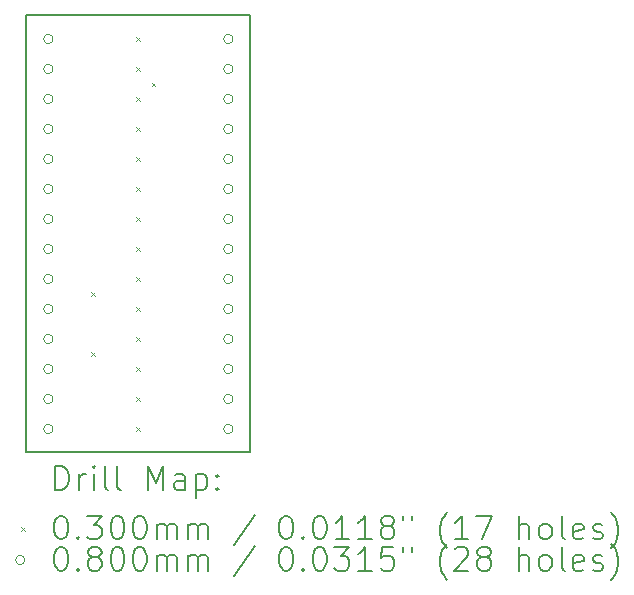
<source format=gbr>
%FSLAX45Y45*%
G04 Gerber Fmt 4.5, Leading zero omitted, Abs format (unit mm)*
G04 Created by KiCad (PCBNEW (6.0.1)) date 2022-01-21 00:47:44*
%MOMM*%
%LPD*%
G01*
G04 APERTURE LIST*
%TA.AperFunction,Profile*%
%ADD10C,0.150000*%
%TD*%
%ADD11C,0.200000*%
%ADD12C,0.030000*%
%ADD13C,0.080000*%
G04 APERTURE END LIST*
D10*
X13523000Y-10103000D02*
X13523000Y-6403000D01*
X11623000Y-10103000D02*
X13523000Y-10103000D01*
X11623000Y-6403000D02*
X11623000Y-10103000D01*
X13523000Y-6403000D02*
X11623000Y-6403000D01*
D11*
D12*
X12177000Y-8748000D02*
X12207000Y-8778000D01*
X12207000Y-8748000D02*
X12177000Y-8778000D01*
X12177000Y-9256000D02*
X12207000Y-9286000D01*
X12207000Y-9256000D02*
X12177000Y-9286000D01*
X12558000Y-6589000D02*
X12588000Y-6619000D01*
X12588000Y-6589000D02*
X12558000Y-6619000D01*
X12558000Y-6843000D02*
X12588000Y-6873000D01*
X12588000Y-6843000D02*
X12558000Y-6873000D01*
X12558000Y-7097000D02*
X12588000Y-7127000D01*
X12588000Y-7097000D02*
X12558000Y-7127000D01*
X12558000Y-7351000D02*
X12588000Y-7381000D01*
X12588000Y-7351000D02*
X12558000Y-7381000D01*
X12558000Y-7605000D02*
X12588000Y-7635000D01*
X12588000Y-7605000D02*
X12558000Y-7635000D01*
X12558000Y-7859000D02*
X12588000Y-7889000D01*
X12588000Y-7859000D02*
X12558000Y-7889000D01*
X12558000Y-8113000D02*
X12588000Y-8143000D01*
X12588000Y-8113000D02*
X12558000Y-8143000D01*
X12558000Y-8367000D02*
X12588000Y-8397000D01*
X12588000Y-8367000D02*
X12558000Y-8397000D01*
X12558000Y-8621000D02*
X12588000Y-8651000D01*
X12588000Y-8621000D02*
X12558000Y-8651000D01*
X12558000Y-8875000D02*
X12588000Y-8905000D01*
X12588000Y-8875000D02*
X12558000Y-8905000D01*
X12558000Y-9129000D02*
X12588000Y-9159000D01*
X12588000Y-9129000D02*
X12558000Y-9159000D01*
X12558000Y-9383000D02*
X12588000Y-9413000D01*
X12588000Y-9383000D02*
X12558000Y-9413000D01*
X12558000Y-9637000D02*
X12588000Y-9667000D01*
X12588000Y-9637000D02*
X12558000Y-9667000D01*
X12558000Y-9891000D02*
X12588000Y-9921000D01*
X12588000Y-9891000D02*
X12558000Y-9921000D01*
X12688000Y-6973000D02*
X12718000Y-7003000D01*
X12718000Y-6973000D02*
X12688000Y-7003000D01*
D13*
X11853000Y-6604000D02*
G75*
G03*
X11853000Y-6604000I-40000J0D01*
G01*
X11853000Y-6858000D02*
G75*
G03*
X11853000Y-6858000I-40000J0D01*
G01*
X11853000Y-7112000D02*
G75*
G03*
X11853000Y-7112000I-40000J0D01*
G01*
X11853000Y-7366000D02*
G75*
G03*
X11853000Y-7366000I-40000J0D01*
G01*
X11853000Y-7620000D02*
G75*
G03*
X11853000Y-7620000I-40000J0D01*
G01*
X11853000Y-7874000D02*
G75*
G03*
X11853000Y-7874000I-40000J0D01*
G01*
X11853000Y-8128000D02*
G75*
G03*
X11853000Y-8128000I-40000J0D01*
G01*
X11853000Y-8382000D02*
G75*
G03*
X11853000Y-8382000I-40000J0D01*
G01*
X11853000Y-8636000D02*
G75*
G03*
X11853000Y-8636000I-40000J0D01*
G01*
X11853000Y-8890000D02*
G75*
G03*
X11853000Y-8890000I-40000J0D01*
G01*
X11853000Y-9144000D02*
G75*
G03*
X11853000Y-9144000I-40000J0D01*
G01*
X11853000Y-9398000D02*
G75*
G03*
X11853000Y-9398000I-40000J0D01*
G01*
X11853000Y-9652000D02*
G75*
G03*
X11853000Y-9652000I-40000J0D01*
G01*
X11853000Y-9906000D02*
G75*
G03*
X11853000Y-9906000I-40000J0D01*
G01*
X13377000Y-6604000D02*
G75*
G03*
X13377000Y-6604000I-40000J0D01*
G01*
X13377000Y-6858000D02*
G75*
G03*
X13377000Y-6858000I-40000J0D01*
G01*
X13377000Y-7112000D02*
G75*
G03*
X13377000Y-7112000I-40000J0D01*
G01*
X13377000Y-7366000D02*
G75*
G03*
X13377000Y-7366000I-40000J0D01*
G01*
X13377000Y-7620000D02*
G75*
G03*
X13377000Y-7620000I-40000J0D01*
G01*
X13377000Y-7874000D02*
G75*
G03*
X13377000Y-7874000I-40000J0D01*
G01*
X13377000Y-8128000D02*
G75*
G03*
X13377000Y-8128000I-40000J0D01*
G01*
X13377000Y-8382000D02*
G75*
G03*
X13377000Y-8382000I-40000J0D01*
G01*
X13377000Y-8636000D02*
G75*
G03*
X13377000Y-8636000I-40000J0D01*
G01*
X13377000Y-8890000D02*
G75*
G03*
X13377000Y-8890000I-40000J0D01*
G01*
X13377000Y-9144000D02*
G75*
G03*
X13377000Y-9144000I-40000J0D01*
G01*
X13377000Y-9398000D02*
G75*
G03*
X13377000Y-9398000I-40000J0D01*
G01*
X13377000Y-9652000D02*
G75*
G03*
X13377000Y-9652000I-40000J0D01*
G01*
X13377000Y-9906000D02*
G75*
G03*
X13377000Y-9906000I-40000J0D01*
G01*
D11*
X11873119Y-10420976D02*
X11873119Y-10220976D01*
X11920738Y-10220976D01*
X11949309Y-10230500D01*
X11968357Y-10249548D01*
X11977881Y-10268595D01*
X11987405Y-10306690D01*
X11987405Y-10335262D01*
X11977881Y-10373357D01*
X11968357Y-10392405D01*
X11949309Y-10411452D01*
X11920738Y-10420976D01*
X11873119Y-10420976D01*
X12073119Y-10420976D02*
X12073119Y-10287643D01*
X12073119Y-10325738D02*
X12082643Y-10306690D01*
X12092167Y-10297167D01*
X12111214Y-10287643D01*
X12130262Y-10287643D01*
X12196928Y-10420976D02*
X12196928Y-10287643D01*
X12196928Y-10220976D02*
X12187405Y-10230500D01*
X12196928Y-10240024D01*
X12206452Y-10230500D01*
X12196928Y-10220976D01*
X12196928Y-10240024D01*
X12320738Y-10420976D02*
X12301690Y-10411452D01*
X12292167Y-10392405D01*
X12292167Y-10220976D01*
X12425500Y-10420976D02*
X12406452Y-10411452D01*
X12396928Y-10392405D01*
X12396928Y-10220976D01*
X12654071Y-10420976D02*
X12654071Y-10220976D01*
X12720738Y-10363833D01*
X12787405Y-10220976D01*
X12787405Y-10420976D01*
X12968357Y-10420976D02*
X12968357Y-10316214D01*
X12958833Y-10297167D01*
X12939786Y-10287643D01*
X12901690Y-10287643D01*
X12882643Y-10297167D01*
X12968357Y-10411452D02*
X12949309Y-10420976D01*
X12901690Y-10420976D01*
X12882643Y-10411452D01*
X12873119Y-10392405D01*
X12873119Y-10373357D01*
X12882643Y-10354310D01*
X12901690Y-10344786D01*
X12949309Y-10344786D01*
X12968357Y-10335262D01*
X13063595Y-10287643D02*
X13063595Y-10487643D01*
X13063595Y-10297167D02*
X13082643Y-10287643D01*
X13120738Y-10287643D01*
X13139786Y-10297167D01*
X13149309Y-10306690D01*
X13158833Y-10325738D01*
X13158833Y-10382881D01*
X13149309Y-10401929D01*
X13139786Y-10411452D01*
X13120738Y-10420976D01*
X13082643Y-10420976D01*
X13063595Y-10411452D01*
X13244548Y-10401929D02*
X13254071Y-10411452D01*
X13244548Y-10420976D01*
X13235024Y-10411452D01*
X13244548Y-10401929D01*
X13244548Y-10420976D01*
X13244548Y-10297167D02*
X13254071Y-10306690D01*
X13244548Y-10316214D01*
X13235024Y-10306690D01*
X13244548Y-10297167D01*
X13244548Y-10316214D01*
D12*
X11585500Y-10735500D02*
X11615500Y-10765500D01*
X11615500Y-10735500D02*
X11585500Y-10765500D01*
D11*
X11911214Y-10640976D02*
X11930262Y-10640976D01*
X11949309Y-10650500D01*
X11958833Y-10660024D01*
X11968357Y-10679071D01*
X11977881Y-10717167D01*
X11977881Y-10764786D01*
X11968357Y-10802881D01*
X11958833Y-10821929D01*
X11949309Y-10831452D01*
X11930262Y-10840976D01*
X11911214Y-10840976D01*
X11892167Y-10831452D01*
X11882643Y-10821929D01*
X11873119Y-10802881D01*
X11863595Y-10764786D01*
X11863595Y-10717167D01*
X11873119Y-10679071D01*
X11882643Y-10660024D01*
X11892167Y-10650500D01*
X11911214Y-10640976D01*
X12063595Y-10821929D02*
X12073119Y-10831452D01*
X12063595Y-10840976D01*
X12054071Y-10831452D01*
X12063595Y-10821929D01*
X12063595Y-10840976D01*
X12139786Y-10640976D02*
X12263595Y-10640976D01*
X12196928Y-10717167D01*
X12225500Y-10717167D01*
X12244548Y-10726690D01*
X12254071Y-10736214D01*
X12263595Y-10755262D01*
X12263595Y-10802881D01*
X12254071Y-10821929D01*
X12244548Y-10831452D01*
X12225500Y-10840976D01*
X12168357Y-10840976D01*
X12149309Y-10831452D01*
X12139786Y-10821929D01*
X12387405Y-10640976D02*
X12406452Y-10640976D01*
X12425500Y-10650500D01*
X12435024Y-10660024D01*
X12444548Y-10679071D01*
X12454071Y-10717167D01*
X12454071Y-10764786D01*
X12444548Y-10802881D01*
X12435024Y-10821929D01*
X12425500Y-10831452D01*
X12406452Y-10840976D01*
X12387405Y-10840976D01*
X12368357Y-10831452D01*
X12358833Y-10821929D01*
X12349309Y-10802881D01*
X12339786Y-10764786D01*
X12339786Y-10717167D01*
X12349309Y-10679071D01*
X12358833Y-10660024D01*
X12368357Y-10650500D01*
X12387405Y-10640976D01*
X12577881Y-10640976D02*
X12596928Y-10640976D01*
X12615976Y-10650500D01*
X12625500Y-10660024D01*
X12635024Y-10679071D01*
X12644548Y-10717167D01*
X12644548Y-10764786D01*
X12635024Y-10802881D01*
X12625500Y-10821929D01*
X12615976Y-10831452D01*
X12596928Y-10840976D01*
X12577881Y-10840976D01*
X12558833Y-10831452D01*
X12549309Y-10821929D01*
X12539786Y-10802881D01*
X12530262Y-10764786D01*
X12530262Y-10717167D01*
X12539786Y-10679071D01*
X12549309Y-10660024D01*
X12558833Y-10650500D01*
X12577881Y-10640976D01*
X12730262Y-10840976D02*
X12730262Y-10707643D01*
X12730262Y-10726690D02*
X12739786Y-10717167D01*
X12758833Y-10707643D01*
X12787405Y-10707643D01*
X12806452Y-10717167D01*
X12815976Y-10736214D01*
X12815976Y-10840976D01*
X12815976Y-10736214D02*
X12825500Y-10717167D01*
X12844548Y-10707643D01*
X12873119Y-10707643D01*
X12892167Y-10717167D01*
X12901690Y-10736214D01*
X12901690Y-10840976D01*
X12996928Y-10840976D02*
X12996928Y-10707643D01*
X12996928Y-10726690D02*
X13006452Y-10717167D01*
X13025500Y-10707643D01*
X13054071Y-10707643D01*
X13073119Y-10717167D01*
X13082643Y-10736214D01*
X13082643Y-10840976D01*
X13082643Y-10736214D02*
X13092167Y-10717167D01*
X13111214Y-10707643D01*
X13139786Y-10707643D01*
X13158833Y-10717167D01*
X13168357Y-10736214D01*
X13168357Y-10840976D01*
X13558833Y-10631452D02*
X13387405Y-10888595D01*
X13815976Y-10640976D02*
X13835024Y-10640976D01*
X13854071Y-10650500D01*
X13863595Y-10660024D01*
X13873119Y-10679071D01*
X13882643Y-10717167D01*
X13882643Y-10764786D01*
X13873119Y-10802881D01*
X13863595Y-10821929D01*
X13854071Y-10831452D01*
X13835024Y-10840976D01*
X13815976Y-10840976D01*
X13796928Y-10831452D01*
X13787405Y-10821929D01*
X13777881Y-10802881D01*
X13768357Y-10764786D01*
X13768357Y-10717167D01*
X13777881Y-10679071D01*
X13787405Y-10660024D01*
X13796928Y-10650500D01*
X13815976Y-10640976D01*
X13968357Y-10821929D02*
X13977881Y-10831452D01*
X13968357Y-10840976D01*
X13958833Y-10831452D01*
X13968357Y-10821929D01*
X13968357Y-10840976D01*
X14101690Y-10640976D02*
X14120738Y-10640976D01*
X14139786Y-10650500D01*
X14149309Y-10660024D01*
X14158833Y-10679071D01*
X14168357Y-10717167D01*
X14168357Y-10764786D01*
X14158833Y-10802881D01*
X14149309Y-10821929D01*
X14139786Y-10831452D01*
X14120738Y-10840976D01*
X14101690Y-10840976D01*
X14082643Y-10831452D01*
X14073119Y-10821929D01*
X14063595Y-10802881D01*
X14054071Y-10764786D01*
X14054071Y-10717167D01*
X14063595Y-10679071D01*
X14073119Y-10660024D01*
X14082643Y-10650500D01*
X14101690Y-10640976D01*
X14358833Y-10840976D02*
X14244548Y-10840976D01*
X14301690Y-10840976D02*
X14301690Y-10640976D01*
X14282643Y-10669548D01*
X14263595Y-10688595D01*
X14244548Y-10698119D01*
X14549309Y-10840976D02*
X14435024Y-10840976D01*
X14492167Y-10840976D02*
X14492167Y-10640976D01*
X14473119Y-10669548D01*
X14454071Y-10688595D01*
X14435024Y-10698119D01*
X14663595Y-10726690D02*
X14644548Y-10717167D01*
X14635024Y-10707643D01*
X14625500Y-10688595D01*
X14625500Y-10679071D01*
X14635024Y-10660024D01*
X14644548Y-10650500D01*
X14663595Y-10640976D01*
X14701690Y-10640976D01*
X14720738Y-10650500D01*
X14730262Y-10660024D01*
X14739786Y-10679071D01*
X14739786Y-10688595D01*
X14730262Y-10707643D01*
X14720738Y-10717167D01*
X14701690Y-10726690D01*
X14663595Y-10726690D01*
X14644548Y-10736214D01*
X14635024Y-10745738D01*
X14625500Y-10764786D01*
X14625500Y-10802881D01*
X14635024Y-10821929D01*
X14644548Y-10831452D01*
X14663595Y-10840976D01*
X14701690Y-10840976D01*
X14720738Y-10831452D01*
X14730262Y-10821929D01*
X14739786Y-10802881D01*
X14739786Y-10764786D01*
X14730262Y-10745738D01*
X14720738Y-10736214D01*
X14701690Y-10726690D01*
X14815976Y-10640976D02*
X14815976Y-10679071D01*
X14892167Y-10640976D02*
X14892167Y-10679071D01*
X15187405Y-10917167D02*
X15177881Y-10907643D01*
X15158833Y-10879071D01*
X15149309Y-10860024D01*
X15139786Y-10831452D01*
X15130262Y-10783833D01*
X15130262Y-10745738D01*
X15139786Y-10698119D01*
X15149309Y-10669548D01*
X15158833Y-10650500D01*
X15177881Y-10621929D01*
X15187405Y-10612405D01*
X15368357Y-10840976D02*
X15254071Y-10840976D01*
X15311214Y-10840976D02*
X15311214Y-10640976D01*
X15292167Y-10669548D01*
X15273119Y-10688595D01*
X15254071Y-10698119D01*
X15435024Y-10640976D02*
X15568357Y-10640976D01*
X15482643Y-10840976D01*
X15796928Y-10840976D02*
X15796928Y-10640976D01*
X15882643Y-10840976D02*
X15882643Y-10736214D01*
X15873119Y-10717167D01*
X15854071Y-10707643D01*
X15825500Y-10707643D01*
X15806452Y-10717167D01*
X15796928Y-10726690D01*
X16006452Y-10840976D02*
X15987405Y-10831452D01*
X15977881Y-10821929D01*
X15968357Y-10802881D01*
X15968357Y-10745738D01*
X15977881Y-10726690D01*
X15987405Y-10717167D01*
X16006452Y-10707643D01*
X16035024Y-10707643D01*
X16054071Y-10717167D01*
X16063595Y-10726690D01*
X16073119Y-10745738D01*
X16073119Y-10802881D01*
X16063595Y-10821929D01*
X16054071Y-10831452D01*
X16035024Y-10840976D01*
X16006452Y-10840976D01*
X16187405Y-10840976D02*
X16168357Y-10831452D01*
X16158833Y-10812405D01*
X16158833Y-10640976D01*
X16339786Y-10831452D02*
X16320738Y-10840976D01*
X16282643Y-10840976D01*
X16263595Y-10831452D01*
X16254071Y-10812405D01*
X16254071Y-10736214D01*
X16263595Y-10717167D01*
X16282643Y-10707643D01*
X16320738Y-10707643D01*
X16339786Y-10717167D01*
X16349309Y-10736214D01*
X16349309Y-10755262D01*
X16254071Y-10774310D01*
X16425500Y-10831452D02*
X16444548Y-10840976D01*
X16482643Y-10840976D01*
X16501690Y-10831452D01*
X16511214Y-10812405D01*
X16511214Y-10802881D01*
X16501690Y-10783833D01*
X16482643Y-10774310D01*
X16454071Y-10774310D01*
X16435024Y-10764786D01*
X16425500Y-10745738D01*
X16425500Y-10736214D01*
X16435024Y-10717167D01*
X16454071Y-10707643D01*
X16482643Y-10707643D01*
X16501690Y-10717167D01*
X16577881Y-10917167D02*
X16587405Y-10907643D01*
X16606452Y-10879071D01*
X16615976Y-10860024D01*
X16625500Y-10831452D01*
X16635024Y-10783833D01*
X16635024Y-10745738D01*
X16625500Y-10698119D01*
X16615976Y-10669548D01*
X16606452Y-10650500D01*
X16587405Y-10621929D01*
X16577881Y-10612405D01*
D13*
X11615500Y-11014500D02*
G75*
G03*
X11615500Y-11014500I-40000J0D01*
G01*
D11*
X11911214Y-10904976D02*
X11930262Y-10904976D01*
X11949309Y-10914500D01*
X11958833Y-10924024D01*
X11968357Y-10943071D01*
X11977881Y-10981167D01*
X11977881Y-11028786D01*
X11968357Y-11066881D01*
X11958833Y-11085929D01*
X11949309Y-11095452D01*
X11930262Y-11104976D01*
X11911214Y-11104976D01*
X11892167Y-11095452D01*
X11882643Y-11085929D01*
X11873119Y-11066881D01*
X11863595Y-11028786D01*
X11863595Y-10981167D01*
X11873119Y-10943071D01*
X11882643Y-10924024D01*
X11892167Y-10914500D01*
X11911214Y-10904976D01*
X12063595Y-11085929D02*
X12073119Y-11095452D01*
X12063595Y-11104976D01*
X12054071Y-11095452D01*
X12063595Y-11085929D01*
X12063595Y-11104976D01*
X12187405Y-10990690D02*
X12168357Y-10981167D01*
X12158833Y-10971643D01*
X12149309Y-10952595D01*
X12149309Y-10943071D01*
X12158833Y-10924024D01*
X12168357Y-10914500D01*
X12187405Y-10904976D01*
X12225500Y-10904976D01*
X12244548Y-10914500D01*
X12254071Y-10924024D01*
X12263595Y-10943071D01*
X12263595Y-10952595D01*
X12254071Y-10971643D01*
X12244548Y-10981167D01*
X12225500Y-10990690D01*
X12187405Y-10990690D01*
X12168357Y-11000214D01*
X12158833Y-11009738D01*
X12149309Y-11028786D01*
X12149309Y-11066881D01*
X12158833Y-11085929D01*
X12168357Y-11095452D01*
X12187405Y-11104976D01*
X12225500Y-11104976D01*
X12244548Y-11095452D01*
X12254071Y-11085929D01*
X12263595Y-11066881D01*
X12263595Y-11028786D01*
X12254071Y-11009738D01*
X12244548Y-11000214D01*
X12225500Y-10990690D01*
X12387405Y-10904976D02*
X12406452Y-10904976D01*
X12425500Y-10914500D01*
X12435024Y-10924024D01*
X12444548Y-10943071D01*
X12454071Y-10981167D01*
X12454071Y-11028786D01*
X12444548Y-11066881D01*
X12435024Y-11085929D01*
X12425500Y-11095452D01*
X12406452Y-11104976D01*
X12387405Y-11104976D01*
X12368357Y-11095452D01*
X12358833Y-11085929D01*
X12349309Y-11066881D01*
X12339786Y-11028786D01*
X12339786Y-10981167D01*
X12349309Y-10943071D01*
X12358833Y-10924024D01*
X12368357Y-10914500D01*
X12387405Y-10904976D01*
X12577881Y-10904976D02*
X12596928Y-10904976D01*
X12615976Y-10914500D01*
X12625500Y-10924024D01*
X12635024Y-10943071D01*
X12644548Y-10981167D01*
X12644548Y-11028786D01*
X12635024Y-11066881D01*
X12625500Y-11085929D01*
X12615976Y-11095452D01*
X12596928Y-11104976D01*
X12577881Y-11104976D01*
X12558833Y-11095452D01*
X12549309Y-11085929D01*
X12539786Y-11066881D01*
X12530262Y-11028786D01*
X12530262Y-10981167D01*
X12539786Y-10943071D01*
X12549309Y-10924024D01*
X12558833Y-10914500D01*
X12577881Y-10904976D01*
X12730262Y-11104976D02*
X12730262Y-10971643D01*
X12730262Y-10990690D02*
X12739786Y-10981167D01*
X12758833Y-10971643D01*
X12787405Y-10971643D01*
X12806452Y-10981167D01*
X12815976Y-11000214D01*
X12815976Y-11104976D01*
X12815976Y-11000214D02*
X12825500Y-10981167D01*
X12844548Y-10971643D01*
X12873119Y-10971643D01*
X12892167Y-10981167D01*
X12901690Y-11000214D01*
X12901690Y-11104976D01*
X12996928Y-11104976D02*
X12996928Y-10971643D01*
X12996928Y-10990690D02*
X13006452Y-10981167D01*
X13025500Y-10971643D01*
X13054071Y-10971643D01*
X13073119Y-10981167D01*
X13082643Y-11000214D01*
X13082643Y-11104976D01*
X13082643Y-11000214D02*
X13092167Y-10981167D01*
X13111214Y-10971643D01*
X13139786Y-10971643D01*
X13158833Y-10981167D01*
X13168357Y-11000214D01*
X13168357Y-11104976D01*
X13558833Y-10895452D02*
X13387405Y-11152595D01*
X13815976Y-10904976D02*
X13835024Y-10904976D01*
X13854071Y-10914500D01*
X13863595Y-10924024D01*
X13873119Y-10943071D01*
X13882643Y-10981167D01*
X13882643Y-11028786D01*
X13873119Y-11066881D01*
X13863595Y-11085929D01*
X13854071Y-11095452D01*
X13835024Y-11104976D01*
X13815976Y-11104976D01*
X13796928Y-11095452D01*
X13787405Y-11085929D01*
X13777881Y-11066881D01*
X13768357Y-11028786D01*
X13768357Y-10981167D01*
X13777881Y-10943071D01*
X13787405Y-10924024D01*
X13796928Y-10914500D01*
X13815976Y-10904976D01*
X13968357Y-11085929D02*
X13977881Y-11095452D01*
X13968357Y-11104976D01*
X13958833Y-11095452D01*
X13968357Y-11085929D01*
X13968357Y-11104976D01*
X14101690Y-10904976D02*
X14120738Y-10904976D01*
X14139786Y-10914500D01*
X14149309Y-10924024D01*
X14158833Y-10943071D01*
X14168357Y-10981167D01*
X14168357Y-11028786D01*
X14158833Y-11066881D01*
X14149309Y-11085929D01*
X14139786Y-11095452D01*
X14120738Y-11104976D01*
X14101690Y-11104976D01*
X14082643Y-11095452D01*
X14073119Y-11085929D01*
X14063595Y-11066881D01*
X14054071Y-11028786D01*
X14054071Y-10981167D01*
X14063595Y-10943071D01*
X14073119Y-10924024D01*
X14082643Y-10914500D01*
X14101690Y-10904976D01*
X14235024Y-10904976D02*
X14358833Y-10904976D01*
X14292167Y-10981167D01*
X14320738Y-10981167D01*
X14339786Y-10990690D01*
X14349309Y-11000214D01*
X14358833Y-11019262D01*
X14358833Y-11066881D01*
X14349309Y-11085929D01*
X14339786Y-11095452D01*
X14320738Y-11104976D01*
X14263595Y-11104976D01*
X14244548Y-11095452D01*
X14235024Y-11085929D01*
X14549309Y-11104976D02*
X14435024Y-11104976D01*
X14492167Y-11104976D02*
X14492167Y-10904976D01*
X14473119Y-10933548D01*
X14454071Y-10952595D01*
X14435024Y-10962119D01*
X14730262Y-10904976D02*
X14635024Y-10904976D01*
X14625500Y-11000214D01*
X14635024Y-10990690D01*
X14654071Y-10981167D01*
X14701690Y-10981167D01*
X14720738Y-10990690D01*
X14730262Y-11000214D01*
X14739786Y-11019262D01*
X14739786Y-11066881D01*
X14730262Y-11085929D01*
X14720738Y-11095452D01*
X14701690Y-11104976D01*
X14654071Y-11104976D01*
X14635024Y-11095452D01*
X14625500Y-11085929D01*
X14815976Y-10904976D02*
X14815976Y-10943071D01*
X14892167Y-10904976D02*
X14892167Y-10943071D01*
X15187405Y-11181167D02*
X15177881Y-11171643D01*
X15158833Y-11143071D01*
X15149309Y-11124024D01*
X15139786Y-11095452D01*
X15130262Y-11047833D01*
X15130262Y-11009738D01*
X15139786Y-10962119D01*
X15149309Y-10933548D01*
X15158833Y-10914500D01*
X15177881Y-10885929D01*
X15187405Y-10876405D01*
X15254071Y-10924024D02*
X15263595Y-10914500D01*
X15282643Y-10904976D01*
X15330262Y-10904976D01*
X15349309Y-10914500D01*
X15358833Y-10924024D01*
X15368357Y-10943071D01*
X15368357Y-10962119D01*
X15358833Y-10990690D01*
X15244548Y-11104976D01*
X15368357Y-11104976D01*
X15482643Y-10990690D02*
X15463595Y-10981167D01*
X15454071Y-10971643D01*
X15444548Y-10952595D01*
X15444548Y-10943071D01*
X15454071Y-10924024D01*
X15463595Y-10914500D01*
X15482643Y-10904976D01*
X15520738Y-10904976D01*
X15539786Y-10914500D01*
X15549309Y-10924024D01*
X15558833Y-10943071D01*
X15558833Y-10952595D01*
X15549309Y-10971643D01*
X15539786Y-10981167D01*
X15520738Y-10990690D01*
X15482643Y-10990690D01*
X15463595Y-11000214D01*
X15454071Y-11009738D01*
X15444548Y-11028786D01*
X15444548Y-11066881D01*
X15454071Y-11085929D01*
X15463595Y-11095452D01*
X15482643Y-11104976D01*
X15520738Y-11104976D01*
X15539786Y-11095452D01*
X15549309Y-11085929D01*
X15558833Y-11066881D01*
X15558833Y-11028786D01*
X15549309Y-11009738D01*
X15539786Y-11000214D01*
X15520738Y-10990690D01*
X15796928Y-11104976D02*
X15796928Y-10904976D01*
X15882643Y-11104976D02*
X15882643Y-11000214D01*
X15873119Y-10981167D01*
X15854071Y-10971643D01*
X15825500Y-10971643D01*
X15806452Y-10981167D01*
X15796928Y-10990690D01*
X16006452Y-11104976D02*
X15987405Y-11095452D01*
X15977881Y-11085929D01*
X15968357Y-11066881D01*
X15968357Y-11009738D01*
X15977881Y-10990690D01*
X15987405Y-10981167D01*
X16006452Y-10971643D01*
X16035024Y-10971643D01*
X16054071Y-10981167D01*
X16063595Y-10990690D01*
X16073119Y-11009738D01*
X16073119Y-11066881D01*
X16063595Y-11085929D01*
X16054071Y-11095452D01*
X16035024Y-11104976D01*
X16006452Y-11104976D01*
X16187405Y-11104976D02*
X16168357Y-11095452D01*
X16158833Y-11076405D01*
X16158833Y-10904976D01*
X16339786Y-11095452D02*
X16320738Y-11104976D01*
X16282643Y-11104976D01*
X16263595Y-11095452D01*
X16254071Y-11076405D01*
X16254071Y-11000214D01*
X16263595Y-10981167D01*
X16282643Y-10971643D01*
X16320738Y-10971643D01*
X16339786Y-10981167D01*
X16349309Y-11000214D01*
X16349309Y-11019262D01*
X16254071Y-11038310D01*
X16425500Y-11095452D02*
X16444548Y-11104976D01*
X16482643Y-11104976D01*
X16501690Y-11095452D01*
X16511214Y-11076405D01*
X16511214Y-11066881D01*
X16501690Y-11047833D01*
X16482643Y-11038310D01*
X16454071Y-11038310D01*
X16435024Y-11028786D01*
X16425500Y-11009738D01*
X16425500Y-11000214D01*
X16435024Y-10981167D01*
X16454071Y-10971643D01*
X16482643Y-10971643D01*
X16501690Y-10981167D01*
X16577881Y-11181167D02*
X16587405Y-11171643D01*
X16606452Y-11143071D01*
X16615976Y-11124024D01*
X16625500Y-11095452D01*
X16635024Y-11047833D01*
X16635024Y-11009738D01*
X16625500Y-10962119D01*
X16615976Y-10933548D01*
X16606452Y-10914500D01*
X16587405Y-10885929D01*
X16577881Y-10876405D01*
M02*

</source>
